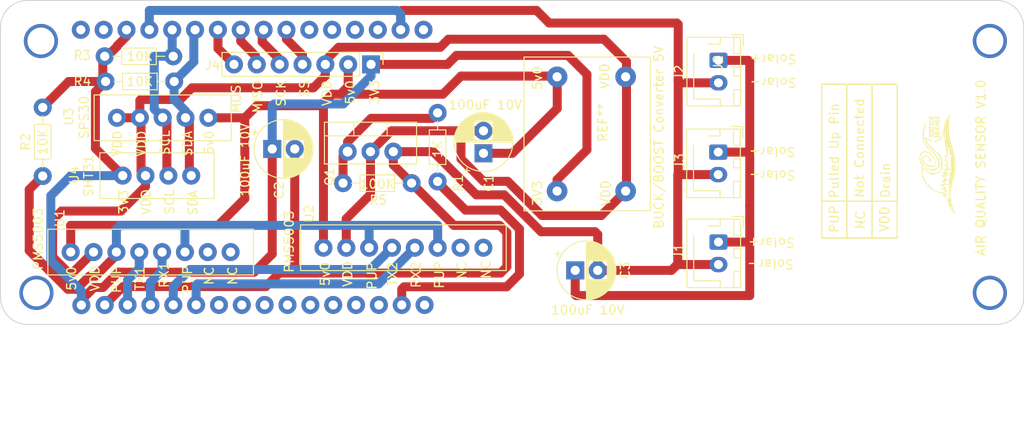
<source format=kicad_pcb>
(kicad_pcb (version 20211014) (generator pcbnew)
  (layers (0 "F.Cu" signal) (31 "B.Cu" signal) (34 "B.Paste" user) (35 "F.Paste" user) (36 "B.SilkS" user "B.Silkscreen") (37 "F.SilkS" user "F.Silkscreen") (38 "B.Mask" user) (39 "F.Mask" user) (44 "Edge.Cuts" user))
  (net 0 "")
  (net 1 "Net-(Q1-Pad1)")
  (net 2 "VDD2")
  (net 3 "GND")
  (net 12 "SCL")
  (net 16 "TX1")
  (net 17 "RX1")
  (net 18 "TX2")
  (net 19 "RX2")
  (net 25 "5V0")
  (net 26 "PULLUP_1")
  (net 31 "SDA")
  (net 32 "3V3")
  (net 33 "Solar_IN")
  (net 34 "SPI_SS")
  (net 35 "SPI_SCK")
  (net 36 "SPI_MISO")
  (net 37 "SPI_MOSI")
  (net 38 "VDD_EN")
  (footprint "Connector_JST:JST_XH_B2B-XH-AM_1x02_P2.50mm_Vertical" (layer "F.Cu") (at 93.725 20.05 -90)
    (fp_text reference "J2" (at 0.25 0.025 -270) (layer "F.SilkS"))
    (fp_text value "Conn_01x02_Male")
    (fp_text user "${REFERENCE}" (at 1.35 4.35 -270) (layer "F.SilkS"))
    (pad "" np_thru_hole circle (at -1.6 2 270) (size 1.2 1.2) (drill 1.2) (layers *.Cu *.Mask))
    (pad "1" thru_hole roundrect (at 0 0 270) (size 1.7 2) (drill 1) (layers *.Cu *.Mask) (roundrect_rratio 0.1470588235) (net 33 "Solar_IN"))
    (pad "2" thru_hole oval (at 2.5 0 270) (size 1.7 2) (drill 1) (layers *.Cu *.Mask) (net 3 "GND"))
  )
  (footprint "" (layer "F.Cu") (at 123.9 17.9 90)
    (fp_text reference "" (at 0 0 90) (layer "F.SilkS") (effects (font (size 1.27 1.27))))
    (fp_text value "" (at 0 0 90) (layer "F.SilkS") (effects (font (size 1.27 1.27))))
    (pad "1" thru_hole circle (at 0 0 90) (size 3.8 3.8) (drill 3) (layers *.Cu *.Mask))
  )
  (footprint "Surfside Science:PMS5003" (layer "F.Cu") (at 26.79 36.285)
    (fp_text reference "U1" (at -6.29 1.315 90 unlocked) (layer "F.SilkS"))
    (fp_text value "PMS5003")
    (pad "1" thru_hole circle (at -5.08 5.08 180) (size 2 2) (drill 1.02) (layers *.Cu *.Mask) (net 25 "5V0"))
    (pad "2" thru_hole circle (at -2.54 5.08 180) (size 2 2) (drill 1.02) (layers *.Cu *.Mask) (net 2 "VDD2"))
    (pad "3" thru_hole circle (at 0 5.08 180) (size 2 2) (drill 1.02) (layers *.Cu *.Mask) (net 26 "PULLUP_1"))
    (pad "4" thru_hole circle (at 2.54 5.08 180) (size 2 2) (drill 1.02) (layers *.Cu *.Mask) (net 16 "TX1"))
    (pad "5" thru_hole circle (at 5.08 5.08 180) (size 2 2) (drill 1.02) (layers *.Cu *.Mask) (net 17 "RX1"))
    (pad "6" thru_hole circle (at 7.62 5.08 180) (size 2 2) (drill 1.02) (layers *.Cu *.Mask) (net 26 "PULLUP_1"))
    (pad "7" thru_hole circle (at 10.16 5.08 180) (size 2 2) (drill 1.02) (layers *.Cu *.Mask))
    (pad "8" thru_hole circle (at 12.7 5.08 180) (size 2 2) (drill 1.02) (layers *.Cu *.Mask))
  )
  (footprint "Surfside Science:surfside science logo" (layer "F.Cu") (at 120.46517 37.519587 90)
    (fp_text reference "REF**" hide)
    (fp_text value "surfside science logo")
    (fp_text user "AIR QUALITY SENSOR V1.0" (at 5.519587 2.43483 90 unlocked) (layer "F.SilkS"))
  )
  (footprint "Capacitor_THT:CP_Radial_D6.3mm_P2.50mm" (layer "F.Cu") (at 67.6 30.382379 90)
    (fp_text reference "C1" (at -3.317621 0.6 90) (layer "F.SilkS"))
    (fp_text value "C_Polarized_US")
    (pad "1" thru_hole rect (at 0 0 90) (size 2 2) (drill 1.02) (layers *.Cu *.Mask) (net 25 "5V0"))
    (pad "2" thru_hole circle (at 2.5 0 90) (size 2 2) (drill 1.02) (layers *.Cu *.Mask) (net 2 "VDD2"))
  )
  (footprint "Resistor_THT:R_Axial_DIN0204_L3.6mm_D1.6mm_P7.62mm_Horizontal" (layer "F.Cu") (at 62.5 33.51 90)
    (fp_text reference "R1" (at -0.19 2.3 90) (layer "F.SilkS"))
    (fp_text value "1K")
    (pad "1" thru_hole circle (at 0 0 90) (size 2 2) (drill 1.02) (layers *.Cu *.Mask) (net 38 "VDD_EN"))
    (pad "2" thru_hole oval (at 7.62 0 90) (size 2 2) (drill 1.02) (layers *.Cu *.Mask) (net 1 "Net-(Q1-Pad1)"))
  )
  (footprint "Surfside Science:SHT31" (layer "F.Cu") (at 32.57 27.785)
    (fp_text reference "U4" (at -10.47 5.015 90 unlocked) (layer "F.SilkS"))
    (fp_text value "SHT31")
    (pad "1" thru_hole circle (at -5.08 5.08 180) (size 2 2) (drill 1.02) (layers *.Cu *.Mask) (net 32 "3V3"))
    (pad "2" thru_hole circle (at -2.54 5.08 180) (size 2 2) (drill 1.02) (layers *.Cu *.Mask) (net 2 "VDD2"))
    (pad "3" thru_hole circle (at 0 5.08 180) (size 2 2) (drill 1.02) (layers *.Cu *.Mask) (net 12 "SCL"))
    (pad "4" thru_hole circle (at 2.54 5.08 180) (size 2 2) (drill 1.02) (layers *.Cu *.Mask) (net 31 "SDA"))
  )
  (footprint "Resistor_THT:R_Axial_DIN0204_L3.6mm_D1.6mm_P7.62mm_Horizontal" (layer "F.Cu") (at 25.59 22.4)
    (fp_text reference "R4" (at -2.59 0) (layer "F.SilkS"))
    (fp_text value "10K")
    (pad "1" thru_hole circle (at 0 0) (size 2 2) (drill 1.02) (layers *.Cu *.Mask) (net 32 "3V3"))
    (pad "2" thru_hole oval (at 7.62 0) (size 2 2) (drill 1.02) (layers *.Cu *.Mask) (net 31 "SDA"))
  )
  (footprint "Resistor_THT:R_Axial_DIN0204_L3.6mm_D1.6mm_P7.62mm_Horizontal" (layer "F.Cu") (at 59.61 33.7 180)
    (fp_text reference "R5" (at 3.71 -1.9) (layer "F.SilkS"))
    (fp_text value "100K")
    (pad "1" thru_hole circle (at 0 0 180) (size 2 2) (drill 1.02) (layers *.Cu *.Mask) (net 3 "GND"))
    (pad "2" thru_hole circle (at 7.62 0 180) (size 2 2) (drill 1.02) (layers *.Cu *.Mask) (net 1 "Net-(Q1-Pad1)"))
  )
  (footprint "Package_TO_SOT_THT:TO-220-3_Vertical" (layer "F.Cu") (at 52.5 30.2)
    (fp_text reference "Q1" (at -2 2.8 90) (layer "F.SilkS"))
    (fp_text value "IRLB8721PBF")
    (pad "1" thru_hole circle (at 0 0) (size 2 2) (drill 1.1) (layers *.Cu *.Mask) (net 1 "Net-(Q1-Pad1)"))
    (pad "2" thru_hole circle (at 2.54 0) (size 2 2) (drill 1.02) (layers *.Cu *.Mask) (net 2 "VDD2"))
    (pad "3" thru_hole circle (at 5.08 0) (size 2 2) (drill 1.02) (layers *.Cu *.Mask) (net 3 "GND"))
  )
  (footprint "Resistor_THT:R_Axial_DIN0204_L3.6mm_D1.6mm_P7.62mm_Horizontal" (layer "F.Cu") (at 33.11 19.6 180)
    (fp_text reference "R3" (at 10.11 0.1) (layer "F.SilkS"))
    (fp_text value "10K")
    (pad "1" thru_hole circle (at 0 0 180) (size 2 2) (drill 1.02) (layers *.Cu *.Mask) (net 12 "SCL"))
    (pad "2" thru_hole oval (at 7.62 0 180) (size 2 2) (drill 1.02) (layers *.Cu *.Mask) (net 32 "3V3"))
  )
  (footprint "MountingHole:MountingHole_2.2mm_M2_DIN965_Pad" (layer "F.Cu") (at 17.9 45.9 90)
    (fp_text reference "REF**" hide)
    (fp_text value "MountingHole_2.2mm_M2_DIN965_Pad")
    (pad "1" thru_hole circle (at 0 0 90) (size 3.8 3.8) (drill 3) (layers *.Cu *.Mask))
  )
  (footprint "Connector_PinHeader_2.54mm:PinHeader_1x07_P2.54mm_Vertical" (layer "F.Cu") (at 55.1 20.5 -90)
    (fp_text reference "J4" (at 0.1 17.6) (layer "F.SilkS"))
    (fp_text value "Conn_01x07_Male")
    (pad "1" thru_hole rect (at 0 0 270) (size 2 2) (drill 1.02) (layers *.Cu *.Mask) (net 32 "3V3"))
    (pad "2" thru_hole oval (at 0 2.54 270) (size 2 2) (drill 1.02) (layers *.Cu *.Mask) (net 25 "5V0"))
    (pad "3" thru_hole oval (at 0 5.08 270) (size 2 2) (drill 1.02) (layers *.Cu *.Mask) (net 2 "VDD2"))
    (pad "4" thru_hole oval (at 0 7.62 270) (size 2 2) (drill 1.02) (layers *.Cu *.Mask) (net 34 "SPI_SS"))
    (pad "5" thru_hole oval (at 0 10.16 270) (size 2 2) (drill 1.02) (layers *.Cu *.Mask) (net 35 "SPI_SCK"))
    (pad "6" thru_hole oval (at 0 12.7 270) (size 2 2) (drill 1.02) (layers *.Cu *.Mask) (net 36 "SPI_MISO"))
    (pad "7" thru_hole oval (at 0 15.24 270) (size 2 2) (drill 1.02) (layers *.Cu *.Mask) (net 37 "SPI_MOSI"))
  )
  (footprint "Capacitor_THT:CP_Radial_D6.3mm_P2.50mm" (layer "F.Cu") (at 77.8 43.4)
    (fp_text reference "C3" (at 5.55738 0 90) (layer "F.SilkS"))
    (fp_text value "C_Polarized_US")
    (pad "1" thru_hole rect (at 0 0) (size 2 2) (drill 1.02) (layers *.Cu *.Mask) (net 33 "Solar_IN"))
    (pad "2" thru_hole circle (at 2.5 0) (size 2 2) (drill 1.02) (layers *.Cu *.Mask) (net 3 "GND"))
  )
  (footprint "Capacitor_THT:CP_Radial_D6.3mm_P2.50mm" (layer "F.Cu") (at 44.117621 29.9)
    (fp_text reference "C2" (at 0.782379 4.6 90) (layer "F.SilkS"))
    (fp_text value "C_Polarized_US")
    (pad "1" thru_hole rect (at 0 0) (size 2 2) (drill 1.02) (layers *.Cu *.Mask) (net 32 "3V3"))
    (pad "2" thru_hole circle (at 2.5 0) (size 2 2) (drill 1.02) (layers *.Cu *.Mask) (net 3 "GND"))
  )
  (footprint "Surfside Science:ilygo-ttgo-t-sim7000g-esp32-wrover" (layer "F.Cu") (at 63.114649 33.123002 90)
    (fp_text reference "U6" hide)
    (fp_text value "lilygo-ttgo-t-sim7000g-esp32-wrover" hide)
    (pad "0" thru_hole circle (at 16.47 -9.8 90) (size 2 2) (drill 1.02) (layers *.Cu *.Mask))
    (pad "01" thru_hole circle (at 16.47 -40.28 90) (size 2 2) (drill 1.02) (layers *.Cu *.Mask))
    (pad "02" thru_hole circle (at -14.12 -14.76 90) (size 2 2) (drill 1.02) (layers *.Cu *.Mask))
    (pad "03" thru_hole circle (at 16.47 -37.74 90) (size 2 2) (drill 1.02) (layers *.Cu *.Mask))
    (pad "3V3" thru_hole circle (at -14.14 -40.22 90) (size 2 2) (drill 1.02) (layers *.Cu *.Mask) (net 32 "3V3"))
    (pad "3V3" thru_hole circle (at 16.47 -35.2 90) (size 2 2) (drill 1.02) (layers *.Cu *.Mask) (net 32 "3V3"))
    (pad "04" thru_hole circle (at -14.12 -17.3 90) (size 2 2) (drill 1.02) (layers *.Cu *.Mask))
    (pad "05" thru_hole circle (at 16.47 -17.42 90) (size 2 2) (drill 1.02) (layers *.Cu *.Mask) (net 34 "SPI_SS"))
    (pad "12" thru_hole circle (at -14.12 -4.6 90) (size 2 2) (drill 1.02) (layers *.Cu *.Mask) (net 38 "VDD_EN"))
    (pad "13" thru_hole circle (at -14.12 -7.14 90) (size 2 2) (drill 1.02) (layers *.Cu *.Mask))
    (pad "14" thru_hole circle (at -14.12 -9.68 90) (size 2 2) (drill 1.02) (layers *.Cu *.Mask))
    (pad "15" thru_hole circle (at -14.12 -12.22 90) (size 2 2) (drill 1.02) (layers *.Cu *.Mask))
    (pad "18" thru_hole circle (at 16.47 -19.96 90) (size 2 2) (drill 1.02) (layers *.Cu *.Mask) (net 35 "SPI_SCK"))
    (pad "19" thru_hole circle (at 16.47 -22.5 90) (size 2 2) (drill 1.02) (layers *.Cu *.Mask) (net 36 "SPI_MISO"))
    (pad "21" thru_hole circle (at 16.47 -27.58 90) (size 2 2) (drill 1.02) (layers *.Cu *.Mask) (net 31 "SDA"))
    (pad "22" thru_hole circle (at 16.47 -30.12 90) (size 2 2) (drill 1.02) (layers *.Cu *.Mask) (net 12 "SCL"))
    (pad "23" thru_hole circle (at 16.47 -25.04 90) (size 2 2) (drill 1.02) (layers *.Cu *.Mask) (net 37 "SPI_MOSI"))
    (pad "25" thru_hole circle (at -14.12 -24.92 90) (size 2 2) (drill 1.02) (layers *.Cu *.Mask))
    (pad "26" thru_hole circle (at -14.12 -22.38 90) (size 2 2) (drill 1.02) (layers *.Cu *.Mask))
    (pad "27" thru_hole circle (at -14.12 -19.84 90) (size 2 2) (drill 1.02) (layers *.Cu *.Mask))
    (pad "32" thru_hole circle (at -14.12 -35.08 90) (size 2 2) (drill 1.02) (layers *.Cu *.Mask) (net 16 "TX1"))
    (pad "33" thru_hole circle (at -14.12 -32.54 90) (size 2 2) (drill 1.02) (layers *.Cu *.Mask) (net 17 "RX1"))
    (pad "34" thru_hole circle (at -14.12 -30 90) (size 2 2) (drill 1.02) (layers *.Cu *.Mask) (net 18 "TX2"))
    (pad "35" thru_hole circle (at -14.12 -27.46 90) (size 2 2) (drill 1.02) (layers *.Cu *.Mask) (net 19 "RX2"))
    (pad "36" thru_hole circle (at 16.47 -12.34 90) (size 2 2) (drill 1.02) (layers *.Cu *.Mask))
    (pad "39" thru_hole circle (at 16.47 -14.88 90) (size 2 2) (drill 1.02) (layers *.Cu *.Mask))
    (pad "GND" thru_hole circle (at -14.12 -37.62 90) (size 2 2) (drill 1.02) (layers *.Cu *.Mask) (net 3 "GND"))
    (pad "GND" thru_hole circle (at 16.47 -32.66 90) (size 2 2) (drill 1.02) (layers *.Cu *.Mask) (net 3 "GND"))
    (pad "GND" thru_hole circle (at 16.47 -4.72 90) (size 2 2) (drill 1.02) (layers *.Cu *.Mask) (net 3 "GND"))
    (pad "RST" thru_hole circle (at 16.47 -7.26 90) (size 2 2) (drill 1.02) (layers *.Cu *.Mask))
    (pad "VBAT" thru_hole circle (at -14.12 -2.06 90) (size 2 2) (drill 1.02) (layers *.Cu *.Mask))
    (pad "VIN" thru_hole circle (at 16.47 -2.18 90) (size 2 2) (drill 1.02) (layers *.Cu *.Mask))
  )
  (footprint "Resistor_THT:R_Axial_DIN0204_L3.6mm_D1.6mm_P7.62mm_Horizontal" (layer "F.Cu") (at 18.6 32.91 90)
    (fp_text reference "R2" (at 3.8 -1.9 90) (layer "F.SilkS"))
    (fp_text value "10K")
    (pad "1" thru_hole circle (at 0 0 90) (size 2 2) (drill 1.02) (layers *.Cu *.Mask) (net 26 "PULLUP_1"))
    (pad "2" thru_hole oval (at 7.62 0 90) (size 2 2) (drill 1.02) (layers *.Cu *.Mask) (net 32 "3V3"))
  )
  (footprint "Surfside Science:PMS5003" (layer "F.Cu") (at 54.89 35.8)
    (fp_text reference "U2" (at -6.69 1.3 90 unlocked) (layer "F.SilkS"))
    (fp_text value "PMS5003")
    (pad "1" thru_hole circle (at -5.08 5.08 180) (size 2 2) (drill 1.02) (layers *.Cu *.Mask) (net 25 "5V0"))
    (pad "2" thru_hole circle (at -2.54 5.08 180) (size 2 2) (drill 1.02) (layers *.Cu *.Mask) (net 2 "VDD2"))
    (pad "3" thru_hole circle (at 0 5.08 180) (size 2 2) (drill 1.02) (layers *.Cu *.Mask) (net 26 "PULLUP_1"))
    (pad "4" thru_hole circle (at 2.54 5.08 180) (size 2 2) (drill 1.02) (layers *.Cu *.Mask) (net 18 "TX2"))
    (pad "5" thru_hole circle (at 5.08 5.08 180) (size 2 2) (drill 1.02) (layers *.Cu *.Mask) (net 19 "RX2"))
    (pad "6" thru_hole circle (at 7.62 5.08 180) (size 2 2) (drill 1.02) (layers *.Cu *.Mask) (net 26 "PULLUP_1"))
    (pad "7" thru_hole circle (at 10.16 5.08 180) (size 2 2) (drill 1.02) (layers *.Cu *.Mask))
    (pad "8" thru_hole circle (at 12.7 5.08 180) (size 2 2) (drill 1.02) (layers *.Cu *.Mask))
  )
  (footprint "" (layer "F.Cu") (at 18.4 17.9 90)
    (fp_text reference "" (at 0 0 90) (layer "F.SilkS") (effects (font (size 1.27 1.27))))
    (fp_text value "" (at 0 0 90) (layer "F.SilkS") (effects (font (size 1.27 1.27))))
    (pad "1" thru_hole circle (at 0 0 90) (size 3.8 3.8) (drill 3) (layers *.Cu *.Mask))
  )
  (footprint "" (layer "F.Cu") (at 123.9 45.9 90)
    (fp_text reference "" (at 0 0 90) (layer "F.SilkS") (effects (font (size 1.27 1.27))))
    (fp_text value "" (at 0 0 90) (layer "F.SilkS") (effects (font (size 1.27 1.27))))
    (pad "1" thru_hole circle (at 0 0 90) (size 3.8 3.8) (drill 3) (layers *.Cu *.Mask))
  )
  (footprint "Connector_JST:JST_XH_B2B-XH-AM_1x02_P2.50mm_Vertical" (layer "F.Cu") (at 93.725 40.25 -90)
    (fp_text reference "J1" (at 1 4.4 -270) (layer "F.SilkS"))
    (fp_text value "Conn_01x02_Male")
    (pad "" np_thru_hole circle (at -1.6 2 270) (size 1.2 1.2) (drill 1.2) (layers *.Cu *.Mask))
    (pad "1" thru_hole roundrect (at 0 0 270) (size 1.7 2) (drill 1) (layers *.Cu *.Mask) (roundrect_rratio 0.1470588235) (net 33 "Solar_IN"))
    (pad "2" thru_hole oval (at 2.5 0 270) (size 1.7 2) (drill 1) (layers *.Cu *.Mask) (net 3 "GND"))
  )
  (footprint "Surfside Science:SPS30" (layer "F.Cu") (at 34.477024 31.515 180)
    (fp_text reference "U3" (at 12.977024 5.215 90 unlocked) (layer "F.SilkS"))
    (fp_text value "SPS30")
    (pad "1" thru_hole circle (at -2.54 5.08) (size 2 2) (drill 1.02) (layers *.Cu *.Mask) (net 25 "5V0"))
    (pad "2" thru_hole circle (at 0 5.08) (size 2 2) (drill 1.02) (layers *.Cu *.Mask) (net 31 "SDA"))
    (pad "3" thru_hole circle (at 2.538512 5.101512) (size 2 2) (drill 1.02) (layers *.Cu *.Mask) (net 12 "SCL"))
    (pad "4" thru_hole circle (at 5.077024 5.079999) (size 2 2) (drill 1.02) (layers *.Cu *.Mask) (net 2 "VDD2"))
    (pad "5" thru_hole circle (at 7.615536 5.079999) (size 2 2) (drill 1.02) (layers *.Cu *.Mask) (net 2 "VDD2"))
  )
  (footprint "Surfside Science:Buck_Boost_Converter" (layer "F.Cu") (at 88.105 38.73 90)
    (fp_text reference "REF**" (at 11.77 -7.24 90 unlocked) (layer "F.SilkS"))
    (fp_text value "Buck_Boost_Converter")
    (pad "1" thru_hole circle (at 4.15 -12.32 90) (size 2.286 2.286) (drill 1.02) (layers *.Cu *.Mask) (net 32 "3V3"))
    (pad "2" thru_hole circle (at 4.15 -4.7 270) (size 2.286 2.286) (drill 1.02) (layers *.Cu *.Mask) (net 2 "VDD2"))
    (pad "3" thru_hole circle (at 16.85 -12.32 270) (size 2.286 2.286) (drill 1.02) (layers *.Cu *.Mask) (net 25 "5V0"))
    (pad "4" thru_hole circle (at 16.85 -4.7 270) (size 2.286 2.286) (drill 1.02) (layers *.Cu *.Mask) (net 2 "VDD2"))
  )
  (footprint "Connector_JST:JST_XH_B2B-XH-AM_1x02_P2.50mm_Vertical" (layer "F.Cu") (at 93.7 30.25 -90)
    (fp_text reference "J3" (at 1 4.3 -270) (layer "F.SilkS"))
    (fp_text value "Conn_01x02_Male")
    (pad "" np_thru_hole circle (at -1.6 2 270) (size 1.2 1.2) (drill 1.2) (layers *.Cu *.Mask))
    (pad "1" thru_hole roundrect (at 0 0 270) (size 1.7 2) (drill 1) (layers *.Cu *.Mask) (roundrect_rratio 0.1470588235) (net 33 "Solar_IN"))
    (pad "2" thru_hole oval (at 2.5 0 270) (size 1.7 2) (drill 1) (layers *.Cu *.Mask) (net 3 "GND"))
  )
  (gr_rect (start 113.6 39.8) (end 105.2 35.7) (layer "F.SilkS") (width 0.15) (fill none))
  (gr_rect (start 108 39.8) (end 110.8 22.7) (layer "F.SilkS") (width 0.15) (fill none))
  (gr_rect (start 113.6 39.8) (end 105.2 22.7) (layer "F.SilkS") (width 0.15) (fill none))
  (gr_rect (start 110.8 39.8) (end 113.6 22.7) (layer "F.SilkS") (width 0.15) (fill none))
  (gr_rect (start 105.2 39.8) (end 108 22.7) (layer "F.SilkS") (width 0.15) (fill none))
  (gr_arc (start 13.9 16.39) (mid 14.77868 14.26868) (end 16.9 13.39) (layer "Edge.Cuts") (width 0.1))
  (gr_arc (start 127.66 46.4) (mid 126.78132 48.52132) (end 124.66 49.4) (layer "Edge.Cuts") (width 0.1))
  (gr_arc (start 124.66 13.39) (mid 126.78132 14.26868) (end 127.66 16.39) (layer "Edge.Cuts") (width 0.1))
  (gr_line (start 127.66 16.39) (end 127.66 46.4) (layer "Edge.Cuts") (width 0.1))
  (gr_line (start 124.66 49.4) (end 16.9 49.4) (layer "Edge.Cuts") (width 0.1))
  (gr_line (start 13.9 46.4) (end 13.9 16.39) (layer "Edge.Cuts") (width 0.1))
  (gr_arc (start 16.9 49.4) (mid 14.77868 48.52132) (end 13.9 46.4) (layer "Edge.Cuts") (width 0.1))
  (gr_line (start 16.9 13.39) (end 124.66 13.39) (layer "Edge.Cuts") (width 0.1))
  (gr_text "VDD" (at 81.2 34.8 90) (layer "F.SilkS") (effects (font (size 1 1))))
  (gr_text "PUP\n" (at 55.2 44 90) (layer "F.SilkS") (effects (font (size 1 1))))
  (gr_text "100uF 10V" (at 41.1 31.1 90) (layer "F.SilkS") (effects (font (size 1 1))))
  (gr_text "PUP\n" (at 34.7 44.4 90) (layer "F.SilkS") (effects (font (size 1 1))))
  (gr_text "SCK" (at 45.1 23.7 90) (layer "F.SilkS") (effects (font (size 1 1))))
  (gr_text "Solar+" (at 99.7 30.2 180) (layer "F.SilkS") (effects (font (size 1 1))))
  (gr_text "VDD\n" (at 50.2 23.7 90) (layer "F.SilkS") (effects (font (size 1 1))))
  (gr_text "SDA" (at 35.3 35.9 90) (layer "F.SilkS") (effects (font (size 1 1))))
  (gr_text "TX2" (at 57.5 43.8 90) (layer "F.SilkS") (effects (font (size 1 1))))
  (gr_text "SDA" (at 34.7 29.3 90) (layer "F.SilkS") (effects (font (size 1 1))))
  (gr_text "3V3" (at 73.6 34.8 90) (layer "F.SilkS") (effects (font (size 1 1))))
  (gr_text "Pulled Up Pin\n" (at 106.6 30.1 90) (layer "F.SilkS") (effects (font (size 1 1))))
  (gr_text "NC" (at 39.7 44 90) (layer "F.SilkS") (effects (font (size 1 1))))
  (gr_text "5v0" (at 50 43.8 90) (layer "F.SilkS") (effects (font (size 1 1))))
  (gr_text "10K" (at 18.6 29.1 90) (layer "F.SilkS") (effects (font (size 1 1))))
  (gr_text "RX2" (at 60.1 43.9 90) (layer "F.SilkS") (effects (font (size 1 1))))
  (gr_text "100uF 10V" (at 67.8 25) (layer "F.SilkS") (effects (font (size 1 1))))
  (gr_text "5v0" (at 21.8 44.3 90) (layer "F.SilkS") (effects (font (size 1 1))))
  (gr_text "5v0" (at 73.6 22 90) (layer "F.SilkS") (effects (font (size 1 1))))
  (gr_text "MOSI" (at 40.1 24.1 90) (layer "F.SilkS") (effects (font (size 1 1))))
  (gr_text "PUP\n" (at 62.7 43.9 90) (layer "F.SilkS") (effects (font (size 1 1))))
  (gr_text "VDD" (at 52.5 43.8 90) (layer "F.SilkS") (effects (font (size 1 1))))
  (gr_text "5v0" (at 52.8 23.6 90) (layer "F.SilkS") (effects (font (size 1 1))))
  (gr_text "Solar-" (at 99.5 42.7 180) (layer "F.SilkS") (effects (font (size 1 1))))
  (gr_text "Drain" (at 112.3 33.4 90) (layer "F.SilkS") (effects (font (size 1 1))))
  (gr_text "VDD" (at 81.1 21.8 90) (layer "F.SilkS") (effects (font (size 1 1))))
  (gr_text "NC" (at 65.2 43.4 90) (layer "F.SilkS") (effects (font (size 1 1))))
  (gr_text "TX1" (at 29.4 44.3 90) (layer "F.SilkS") (effects (font (size 1 1))))
  (gr_text "PMS5003\n" (at 18.1 39.9 90) (layer "F.SilkS") (effects (font (size 1 1))))
  (gr_text "Not Connected" (at 109.4 29.8 90) (layer "F.SilkS") (effects (font (size 1 1))))
  (gr_text "Solar+" (at 99.8 19.9 180) (layer "F.SilkS") (effects (font (size 1 1))))
  (gr_text "SS" (at 47.7 23.2 90) (layer "F.SilkS") (effects (font (size 1 1))))
  (gr_text "NC" (at 37.1 44 90) (layer "F.SilkS") (effects (font (size 1 1))))
  (gr_text "Solar-" (at 99.7 32.8 180) (layer "F.SilkS") (effects (font (size 1 1))))
  (gr_text "VDD\n" (at 29.6 29.3 90) (layer "F.SilkS") (effects (font (size 1 1))))
  (gr_text "VDD" (at 112.2 37.7 90) (layer "F.SilkS") (effects (font (size 1 1))))
  (gr_text "SCL" (at 32.2 29.2 90) (layer "F.SilkS") (effects (font (size 1 1))))
  (gr_text "BUCK/BOOST Converter 5V" (at 87.1 28.6 90) (layer "F.SilkS") (effects (font (size 1 1))))
  (gr_text "VDD" (at 30.1 35.8 90) (layer "F.SilkS") (effects (font (size 1 1))))
  (gr_text "100K" (at 55.8 33.8) (layer "F.SilkS") (effects (font (size 1 1))))
  (gr_text "100uF 10V" (at 79.2 47.8) (layer "F.SilkS") (effects (font (size 1 1))))
  (gr_text "5v0" (at 37.1 29.2 90) (layer "F.SilkS") (effects (font (size 1 1))))
  (gr_text "PUP\n" (at 26.8 44.4 90) (layer "F.SilkS") (effects (font (size 1 1))))
  (gr_text "10K" (at 29.4 22.4) (layer "F.SilkS") (effects (font (size 1 1))))
  (gr_text "10K" (at 29.4 19.6) (layer "F.SilkS") (effects (font (size 1 1))))
  (gr_text "RX1" (at 32.1 43.9 90) (layer "F.SilkS") (effects (font (size 1 1))))
  (gr_text "SPS30" (at 23.2 26.4 90) (layer "F.SilkS") (effects (font (size 1 1))))
  (gr_text "Solar+" (at 99.6 40.3 180) (layer "F.SilkS") (effects (font (size 1 1))))
  (gr_text "NC\n" (at 109.5 37.8 90) (layer "F.SilkS") (effects (font (size 1 1))))
  (gr_text "VDD" (at 24.4 44.3 90) (layer "F.SilkS") (effects (font (size 1 1))))
  (gr_text "NC" (at 67.9 43.3 90) (layer "F.SilkS") (effects (font (size 1 1))))
  (gr_text "SCL" (at 32.7 35.8 90) (layer "F.SilkS") (effects (font (size 1 1))))
  (gr_text "Solar-" (at 99.8 22.5 180) (layer "F.SilkS") (effects (font (size 1 1))))
  (gr_text "VDD\n" (at 26.9 29.3 90) (layer "F.SilkS") (effects (font (size 1 1))))
  (gr_text "3V3" (at 27.6 35.8 90) (layer "F.SilkS") (effects (font (size 1 1))))
  (gr_text "SHT31\n" (at 23.7 32.9 90) (layer "F.SilkS") (effects (font (size 1 1))))
  (gr_text "PUP\n" (at 106.6 37.7 90) (layer "F.SilkS") (effects (font (size 1 1))))
  (gr_text "PMS5003\n" (at 46 40.2 90) (layer "F.SilkS") (effects (font (size 1 1))))
  (gr_text "1K" (at 62.5 29.9 90) (layer "F.SilkS") (effects (font (size 1 1))))
  (gr_text "MISO" (at 42.5 24.1 90) (layer "F.SilkS") (effects (font (size 1 1))))
  (gr_text "3V3" (at 55.5 23.6 90) (layer "F.SilkS") (effects (font (size 1 1))))
  (segment (start 52.5 30.2) (end 51.99 30.71) (width 1) (layer "F.Cu") (net 1))
  (segment (start 61.89 26.5) (end 55.1 26.5) (width 1) (layer "F.Cu") (net 1))
  (segment (start 62.495 25.4) (end 62.495 25.515) (width 1) (layer "F.Cu") (net 1))
  (segment (start 62.5 25.89) (end 61.89 26.5) (width 1) (layer "F.Cu") (net 1))
  (segment (start 62.495 25.515) (end 62.31 25.7) (width 1) (layer "F.Cu") (net 1))
  (segment (start 52.5 29.1) (end 52.5 30.2) (width 1) (layer "F.Cu") (net 1))
  (segment (start 55.1 26.5) (end 52.5 29.1) (width 1) (layer "F.Cu") (net 1))
  (segment (start 51.99 30.71) (end 51.99 33.7) (width 1) (layer "F.Cu") (net 1))
  (segment (start 67.6 27.882379) (end 66.017621 27.882379) (width 1) (layer "F.Cu") (net 2))
  (segment (start 80.7 37.3) (end 83.5 34.5) (width 1) (layer "F.Cu") (net 2))
  (segment (start 29.4 26.435001) (end 29.53 26.565001) (width 1) (layer "F.Cu") (net 2))
  (segment (start 63.7 17.7) (end 62.8 18.6) (width 1) (layer "F.Cu") (net 2))
  (segment (start 19.7 41.9) (end 21.4 43.6) (width 1) (layer "F.Cu") (net 2))
  (segment (start 65.1 31) (end 67.6 33.5) (width 1) (layer "F.Cu") (net 2))
  (segment (start 19.7 37.8) (end 19.7 41.9) (width 1) (layer "F.Cu") (net 2))
  (segment (start 30.03 32.865) (end 30.03 34.07) (width 1) (layer "F.Cu") (net 2))
  (segment (start 55.04 34.96) (end 52.35 37.65) (width 1) (layer "F.Cu") (net 2))
  (segment (start 67.6 33.5) (end 70.3 33.5) (width 1) (layer "F.Cu") (net 2))
  (segment (start 50.02 21.78) (end 48.7 23.1) (width 1) (layer "F.Cu") (net 2))
  (segment (start 29.4 26.435001) (end 26.861488 26.435001) (width 1) (layer "F.Cu") (net 2))
  (segment (start 48.7 23.1) (end 35.2 23.1) (width 1) (layer "F.Cu") (net 2))
  (segment (start 29.4 24.5) (end 29.4 26.435001) (width 1) (layer "F.Cu") (net 2))
  (segment (start 27.3 36.8) (end 20.7 36.8) (width 1) (layer "F.Cu") (net 2))
  (segment (start 50.02 20.5) (end 50.02 21.78) (width 1) (layer "F.Cu") (net 2))
  (segment (start 24.25 41.35) (end 24.25 40.865) (width 1) (layer "F.Cu") (net 2))
  (segment (start 20.7 36.8) (end 19.7 37.8) (width 1) (layer "F.Cu") (net 2))
  (segment (start 52.35 40.88) (end 52.415126 40.88) (width 1) (layer "F.Cu") (net 2))
  (segment (start 81 17.7) (end 63.7 17.7) (width 1) (layer "F.Cu") (net 2))
  (segment (start 21.4 43.6) (end 22 43.6) (width 1) (layer "F.Cu") (net 2))
  (segment (start 65.1 28.8) (end 65.1 31) (width 1) (layer "F.Cu") (net 2))
  (segment (start 67.6 27.882379) (end 57.357621 27.882379) (width 1) (layer "F.Cu") (net 2))
  (segment (start 62.7 18.6) (end 51.492234 18.6) (width 1) (layer "F.Cu") (net 2))
  (segment (start 51.492234 18.6) (end 50.02 20.072234) (width 1) (layer "F.Cu") (net 2))
  (segment (start 50.02 20.072234) (end 50.02 20.5) (width 1) (layer "F.Cu") (net 2))
  (segment (start 55.04 30.2) (end 55.04 34.96) (width 1) (layer "F.Cu") (net 2))
  (segment (start 74.1 37.3) (end 80.7 37.3) (width 1) (layer "F.Cu") (net 2))
  (segment (start 29.53 26.565001) (end 29.53 32.365) (width 1) (layer "F.Cu") (net 2))
  (segment (start 52.35 37.65) (end 52.35 40.88) (width 1) (layer "F.Cu") (net 2))
  (segment (start 83.5 20.2) (end 81 17.7) (width 1) (layer "F.Cu") (net 2))
  (segment (start 29.5 24.4) (end 29.4 24.5) (width 1) (layer "F.Cu") (net 2))
  (segment (start 33.9 24.4) (end 29.5 24.4) (width 1) (layer "F.Cu") (net 2))
  (segment (start 83.5 34.5) (end 83.5 20.2) (width 1) (layer "F.Cu") (net 2))
  (segment (start 70.3 33.5) (end 74.1 37.3) (width 1) (layer "F.Cu") (net 2))
  (segment (start 66.017621 27.882379) (end 65.1 28.8) (width 1) (layer "F.Cu") (net 2))
  (segment (start 35.2 23.1) (end 33.9 24.4) (width 1) (layer "F.Cu") (net 2))
  (segment (start 22 43.6) (end 24.25 41.35) (width 1) (layer "F.Cu") (net 2))
  (segment (start 30.03 34.07) (end 27.3 36.8) (width 1) (layer "F.Cu") (net 2))
  (segment (start 29.53 32.365) (end 30.03 32.865) (width 1) (layer "F.Cu") (net 2))
  (segment (start 57.357621 27.882379) (end 55.04 30.2) (width 1) (layer "F.Cu") (net 2))
  (segment (start 25.494649 47.243002) (end 27.537651 45.2) (width 1) (layer "F.Cu") (net 3))
  (segment (start 73.5 14.5) (end 58.5 14.5) (width 1) (layer "F.Cu") (net 3))
  (segment (start 58.5 14.5) (end 58.394649 14.605351) (width 1) (layer "F.Cu") (net 3))
  (segment (start 69.4 38.4) (end 64.31 38.4) (width 1) (layer "F.Cu") (net 3))
  (segment (start 44.9 43.7) (end 46.8 43.7) (width 1) (layer "F.Cu") (net 3))
  (segment (start 89.2 42.7) (end 88.5 43.4) (width 1) (layer "F.Cu") (net 3))
  (segment (start 69.5 43.7) (end 70.2 43) (width 1) (layer "F.Cu") (net 3))
  (segment (start 66.8 35) (end 62 30.2) (width 1) (layer "F.Cu") (net 3))
  (segment (start 89.25 16.05) (end 89.1 15.9) (width 1) (layer "F.Cu") (net 3))
  (segment (start 70.2 39.2) (end 69.4 38.4) (width 1) (layer "F.Cu") (net 3))
  (segment (start 80.3 39.4) (end 80 39.1) (width 1) (layer "F.Cu") (net 3))
  (segment (start 27.537651 45.2) (end 43.4 45.2) (width 1) (layer "F.Cu") (net 3))
  (segment (start 89.25 32.75) (end 89.2 32.8) (width 1) (layer "F.Cu") (net 3))
  (segment (start 74.9 15.9) (end 73.5 14.5) (width 1) (layer "F.Cu") (net 3))
  (segment (start 93.7 32.75) (end 89.25 32.75) (width 1) (layer "F.Cu") (net 3))
  (segment (start 46.617621 43.517621) (end 46.8 43.7) (width 1) (layer "F.Cu") (net 3))
  (segment (start 89.25 22.35) (end 89.25 16.05) (width 1) (layer "F.Cu") (net 3))
  (segment (start 89.25 32.75) (end 89.25 22.35) (width 1) (layer "F.Cu") (net 3))
  (segment (start 80.3 43.4) (end 80.3 39.4) (width 1) (layer "F.Cu") (net 3))
  (segment (start 89.15 42.75) (end 88.6 43.3) (width 1) (layer "F.Cu") (net 3))
  (segment (start 46.8 43.7) (end 69.5 43.7) (width 1) (layer "F.Cu") (net 3))
  (segment (start 89.45 22.55) (end 89.25 22.35) (width 1) (layer "F.Cu") (net 3))
  (segment (start 93.725 42.75) (end 89.15 42.75) (width 1) (layer "F.Cu") (net 3))
  (segment (start 46.617621 29.9) (end 46.617621 43.517621) (width 1) (layer "F.Cu") (net 3))
  (segment (start 89.1 15.9) (end 74.9 15.9) (width 1) (layer "F.Cu") (net 3))
  (segment (start 57.58 31.67) (end 57.58 30.2) (width 1) (layer "F.Cu") (net 3))
  (segment (start 89.2 32.8) (end 89.2 42.7) (width 1) (layer "F.Cu") (net 3))
  (segment (start 58.394649 14.605351) (end 58.394649 16.653002) (width 1) (layer "F.Cu") (net 3))
  (segment (start 64.31 38.4) (end 57.58 31.67) (width 1) (layer "F.Cu") (net 3))
  (segment (start 62 30.2) (end 57.58 30.2) (width 1) (layer "F.Cu") (net 3))
  (segment (start 80 39.1) (end 74 39.1) (width 1) (layer "F.Cu") (net 3))
  (segment (start 88.5 43.4) (end 80.3 43.4) (width 1) (layer "F.Cu") (net 3))
  (segment (start 70.2 43) (end 70.2 39.2) (width 1) (layer "F.Cu") (net 3))
  (segment (start 74 39.1) (end 69.9 35) (width 1) (layer "F.Cu") (net 3))
  (segment (start 93.725 22.55) (end 89.45 22.55) (width 1) (layer "F.Cu") (net 3))
  (segment (start 69.9 35) (end 66.8 35) (width 1) (layer "F.Cu") (net 3))
  (segment (start 43.4 45.2) (end 44.9 43.7) (width 1) (layer "F.Cu") (net 3))
  (segment (start 30.454649 16.653002) (end 30.454649 14.5) (width 1) (layer "B.Cu") (net 3))
  (segment (start 58 14.5) (end 58.394649 14.894649) (width 1) (layer "B.Cu") (net 3))
  (segment (start 30.454649 14.5) (end 58 14.5) (width 1) (layer "B.Cu") (net 3))
  (segment (start 58.394649 14.894649) (end 58.394649 16.653002) (width 1) (layer "B.Cu") (net 3))
  (segment (start 32.4 26.874976) (end 31.938512 26.413488) (width 1) (layer "F.Cu") (net 12))
  (segment (start 32.9 16.747651) (end 32.994649 16.653002) (width 1) (layer "F.Cu") (net 12))
  (segment (start 32.4 32.695) (end 32.4 26.874976) (width 1) (layer "F.Cu") (net 12))
  (segment (start 32.57 32.865) (end 32.4 32.695) (width 1) (layer "F.Cu") (net 12))
  (segment (start 31 19.6) (end 33.11 19.6) (width 1) (layer "B.Cu") (net 12))
  (segment (start 33.11 19.6) (end 32.994649 19.484649) (width 1) (layer "B.Cu") (net 12))
  (segment (start 32.994649 19.484649) (end 32.994649 16.653002) (width 1) (layer "B.Cu") (net 12))
  (segment (start 31.938512 26.878487) (end 31.938512 26.413488) (width 1) (layer "B.Cu") (net 12))
  (segment (start 31 25.474976) (end 31 19.6) (width 1) (layer "B.Cu") (net 12))
  (segment (start 31.938512 26.413488) (end 31 25.474976) (width 1) (layer "B.Cu") (net 12))
  (segment (start 28.034649 44.465351) (end 28.034649 47.243002) (width 1) (layer "B.Cu") (net 16))
  (segment (start 29.33 43.17) (end 28.034649 44.465351) (width 1) (layer "B.Cu") (net 16))
  (segment (start 29.33 41.365) (end 29.33 43.17) (width 1) (layer "B.Cu") (net 16))
  (segment (start 31.87 43.43) (end 30.574649 44.725351) (width 1) (layer "B.Cu") (net 17))
  (segment (start 31.87 41.365) (end 31.87 43.43) (width 1) (layer "B.Cu") (net 17))
  (segment (start 30.574649 44.725351) (end 30.574649 47.243002) (width 1) (layer "B.Cu") (net 17))
  (segment (start 35 43.3) (end 55.01 43.3) (width 1) (layer "B.Cu") (net 18))
  (segment (start 33.114649 45.185351) (end 35 43.3) (width 1) (layer "B.Cu") (net 18))
  (segment (start 55.01 43.3) (end 57.43 40.88) (width 1) (layer "B.Cu") (net 18))
  (segment (start 33.114649 47.243002) (end 33.114649 45.185351) (width 1) (layer "B.Cu") (net 18))
  (segment (start 55.95 44.9) (end 35.8 44.9) (width 1) (layer "B.Cu") (net 19))
  (segment (start 35.654649 45.045351) (end 35.654649 47.243002) (width 1) (layer "B.Cu") (net 19))
  (segment (start 59.97 40.88) (end 55.95 44.9) (width 1) (layer "B.Cu") (net 19))
  (segment (start 35.8 44.9) (end 35.654649 45.045351) (width 1) (layer "B.Cu") (net 19))
  (segment (start 41.065 35.435) (end 38.1 38.4) (width 1) (layer "F.Cu") (net 25))
  (segment (start 21.7 38.4) (end 21.71 38.41) (width 1) (layer "F.Cu") (net 25))
  (segment (start 49.81 25.09) (end 42.41 25.09) (width 1) (layer "F.Cu") (net 25))
  (segment (start 70.817621 30.382379) (end 67.6 30.382379) (width 1) (layer "F.Cu") (net 25))
  (segment (start 51.685 23.815) (end 50.785 23.815) (width 1) (layer "F.Cu") (net 25))
  (segment (start 52.56 22.94) (end 51.685 23.815) (width 1) (layer "F.Cu") (net 25))
  (segment (start 42.41 25.09) (end 41.065 26.435) (width 1) (layer "F.Cu") (net 25))
  (segment (start 75.8 25.4) (end 70.817621 30.382379) (width 1) (layer "F.Cu") (net 25))
  (segment (start 49.81 25.09) (end 49.81 40.88) (width 1) (layer "F.Cu") (net 25))
  (segment (start 75.8 21.8) (end 75.8 25.4) (width 1) (layer "F.Cu") (net 25))
  (segment (start 51.685 23.815) (end 63.085 23.815) (width 1) (layer "F.Cu") (net 25))
  (segment (start 21.71 38.41) (end 21.71 41.365) (width 1) (layer "F.Cu") (net 25))
  (segment (start 65.1 21.8) (end 75.8 21.8) (width 1) (layer "F.Cu") (net 25))
  (segment (start 63.085 23.815) (end 65.1 21.8) (width 1) (layer "F.Cu") (net 25))
  (segment (start 41.065 26.435) (end 37.017024 26.435) (width 1) (layer "F.Cu") (net 25))
  (segment (start 38.1 38.4) (end 21.7 38.4) (width 1) (layer "F.Cu") (net 25))
  (segment (start 52.56 20.5) (end 52.56 22.94) (width 1) (layer "F.Cu") (net 25))
  (segment (start 50.785 23.815) (end 49.6 25) (width 1) (layer "F.Cu") (net 25))
  (segment (start 67.6 30.382379) (end 67.6 30.8) (width 1) (layer "F.Cu") (net 25))
  (segment (start 41.065 26.435) (end 41.065 35.435) (width 1) (layer "F.Cu") (net 25))
  (segment (start 21.4 45.5) (end 22.332234 45.5) (width 1) (layer "F.Cu") (net 26))
  (segment (start 22.332234 45.5) (end 23.782234 44.05) (width 1) (layer "F.Cu") (net 26))
  (segment (start 24.45 44.05) (end 26.79 41.71) (width 1) (layer "F.Cu") (net 26))
  (segment (start 23.782234 44.05) (end 24.45 44.05) (width 1) (layer "F.Cu") (net 26))
  (segment (start 26.79 41.71) (end 26.79 41.365) (width 1) (layer "F.Cu") (net 26))
  (segment (start 18.6 32.91) (end 17.1 34.41) (width 1) (layer "F.Cu") (net 26))
  (segment (start 17.1 34.41) (end 17.1 41.2) (width 1) (layer "F.Cu") (net 26))
  (segment (start 26.79 41.365) (end 26.79 40.865) (width 1) (layer "F.Cu") (net 26))
  (segment (start 17.1 41.2) (end 21.4 45.5) (width 1) (layer "F.Cu") (net 26))
  (segment (start 62.51 38.41) (end 62.5 38.4) (width 1) (layer "B.Cu") (net 26))
  (segment (start 62.51 40.88) (end 62.51 38.41) (width 1) (layer "B.Cu") (net 26))
  (segment (start 34.41 38.61) (end 34.41 41.365) (width 1) (layer "B.Cu") (net 26))
  (segment (start 54.89 38.51) (end 54.89 40.88) (width 1) (layer "B.Cu") (net 26))
  (segment (start 27.2 38.4) (end 34 38.4) (width 1) (layer "B.Cu") (net 26))
  (segment (start 26.79 38.81) (end 27.2 38.4) (width 1) (layer "B.Cu") (net 26))
  (segment (start 26.79 41.365) (end 26.79 38.81) (width 1) (layer "B.Cu") (net 26))
  (segment (start 62.5 38.4) (end 55.2 38.4) (width 1) (layer "B.Cu") (net 26))
  (segment (start 55 38.4) (end 34.2 38.4) (width 1) (layer "B.Cu") (net 26))
  (segment (start 35.9 17.018353) (end 35.534649 16.653002) (width 1) (layer "F.Cu") (net 31))
  (segment (start 34.9 26.857976) (end 34.477024 26.435) (width 1) (layer "F.Cu") (net 31))
  (segment (start 35.11 33.365) (end 35.11 32.865) (width 1) (layer "F.Cu") (net 31))
  (segment (start 35.11 32.865) (end 34.9 32.655) (width 1) (layer "F.Cu") (net 31))
  (segment (start 34.9 32.655) (end 34.9 26.857976) (width 1) (layer "F.Cu") (net 31))
  (segment (start 35.4 20.21) (end 33.21 22.4) (width 1) (layer "B.Cu") (net 31))
  (segment (start 35.4 16.787651) (end 35.4 20.21) (width 1) (layer "B.Cu") (net 31))
  (segment (start 33.21 24.41) (end 33.21 22.4) (width 1) (layer "B.Cu") (net 31))
  (segment (start 35.534649 16.653002) (end 35.4 16.787651) (width 1) (layer "B.Cu") (net 31))
  (segment (start 34.477024 25.677024) (end 33.21 24.41) (width 1) (layer "B.Cu") (net 31))
  (segment (start 34.477024 26.899999) (end 34.477024 25.677024) (width 1) (layer "B.Cu") (net 31))
  (segment (start 26.9 18.47) (end 25.28 20.09) (width 1) (layer "F.Cu") (net 32))
  (segment (start 25.28 22.71) (end 24.46 23.53) (width 1) (layer "F.Cu") (net 32))
  (segment (start 64.6 19.5) (end 63.6 20.5) (width 1) (layer "F.Cu") (net 32))
  (segment (start 26.9 18.4) (end 26.9 18.47) (width 1) (layer "F.Cu") (net 32))
  (segment (start 21.49 22.4) (end 18.6 25.29) (width 1) (layer "F.Cu") (net 32))
  (segment (start 44.117621 29.9) (end 44.117621 41.582379) (width 1) (layer "F.Cu") (net 32))
  (segment (start 79.1 30) (end 79.1 21.6) (width 1) (layer "F.Cu") (net 32))
  (segment (start 25.59 22.4) (end 21.49 22.4) (width 1) (layer "F.Cu") (net 32))
  (segment (start 24.46 23.53) (end 24.46 29.835) (width 1) (layer "F.Cu") (net 32))
  (segment (start 27.914649 16.653002) (end 27.914649 17.385351) (width 1) (layer "F.Cu") (net 32))
  (segment (start 27.914649 17.385351) (end 26.9 18.4) (width 1) (layer "F.Cu") (net 32))
  (segment (start 77 19.5) (end 64.6 19.5) (width 1) (layer "F.Cu") (net 32))
  (segment (start 75.785 34.58) (end 75.785 33.315) (width 1) (layer "F.Cu") (net 32))
  (segment (start 75.785 33.315) (end 79.1 30) (width 1) (layer "F.Cu") (net 32))
  (segment (start 22.894649 46.705351) (end 22.894649 47.263002) (width 1) (layer "F.Cu") (net 32))
  (segment (start 25.28 20.09) (end 25.28 22.71) (width 1) (layer "F.Cu") (net 32))
  (segment (start 27 43.6) (end 25.3 45.3) (width 1) (layer "F.Cu") (net 32))
  (segment (start 42.1 43.6) (end 27 43.6) (width 1) (layer "F.Cu") (net 32))
  (segment (start 63.6 20.5) (end 55.1 20.5) (width 1) (layer "F.Cu") (net 32))
  (segment (start 24.46 29.835) (end 27.49 32.865) (width 1) (layer "F.Cu") (net 32))
  (segment (start 25.3 45.3) (end 24.3 45.3) (width 1) (layer "F.Cu") (net 32))
  (segment (start 44.117621 41.582379) (end 42.1 43.6) (width 1) (layer "F.Cu") (net 32))
  (segment (start 79.1 21.6) (end 77 19.5) (width 1) (layer "F.Cu") (net 32))
  (segment (start 24.3 45.3) (end 22.894649 46.705351) (width 1) (layer "F.Cu") (net 32))
  (segment (start 55.1 21.8) (end 52 24.9) (width 1) (layer "B.Cu") (net 32))
  (segment (start 27.49 32.865) (end 21.735 32.865) (width 1) (layer "B.Cu") (net 32))
  (segment (start 44.335242 24.9) (end 44.117621 25.117621) (width 1) (layer "B.Cu") (net 32))
  (segment (start 44.117621 25.117621) (end 44.117621 29.9) (width 1) (layer "B.Cu") (net 32))
  (segment (start 19.5 42.3) (end 22.894649 45.694649) (width 1) (layer "B.Cu") (net 32))
  (segment (start 55.1 20.5) (end 55.1 21.8) (width 1) (layer "B.Cu") (net 32))
  (segment (start 19.5 35.1) (end 19.5 42.3) (width 1) (layer "B.Cu") (net 32))
  (segment (start 52 24.9) (end 44.335242 24.9) (width 1) (layer "B.Cu") (net 32))
  (segment (start 21.735 32.865) (end 19.5 35.1) (width 1) (layer "B.Cu") (net 32))
  (segment (start 22.894649 45.694649) (end 22.894649 47.263002) (width 1) (layer "B.Cu") (net 32))
  (segment (start 93.725 40.25) (end 96.95 40.25) (width 1) (layer "F.Cu") (net 33))
  (segment (start 97.2 20.2) (end 97.05 20.05) (width 1) (layer "F.Cu") (net 33))
  (segment (start 97.2 30.1) (end 97.2 20.2) (width 1) (layer "F.Cu") (net 33))
  (segment (start 77.8 46.1) (end 77.9 46.2) (width 1) (layer "F.Cu") (net 33))
  (segment (start 97.2 40.5) (end 97.2 37.7) (width 1) (layer "F.Cu") (net 33))
  (segment (start 97.2 37.7) (end 97.2 36.2) (width 1) (layer "F.Cu") (net 33))
  (segment (start 93.675 19.8) (end 93.725 19.75) (width 1) (layer "F.Cu") (net 33))
  (segment (start 93.7 30.25) (end 97.05 30.25) (width 1) (layer "F.Cu") (net 33))
  (segment (start 77.9 46.2) (end 97.2 46.2) (width 1) (layer "F.Cu") (net 33))
  (segment (start 97.05 20.05) (end 93.725 20.05) (width 1) (layer "F.Cu") (net 33))
  (segment (start 77.8 43.4) (end 77.8 46.1) (width 1) (layer "F.Cu") (net 33))
  (segment (start 97.2 36.2) (end 97.2 30.1) (width 1) (layer "F.Cu") (net 33))
  (segment (start 97.05 30.25) (end 97.2 30.1) (width 1) (layer "F.Cu") (net 33))
  (segment (start 97.2 46.2) (end 97.2 40.5) (width 1) (layer "F.Cu") (net 33))
  (segment (start 96.95 40.25) (end 97.2 40.5) (width 1) (layer "F.Cu") (net 33))
  (segment (start 45.694649 17.694649) (end 47.48 19.48) (width 1) (layer "F.Cu") (net 34))
  (segment (start 46.1 17.058353) (end 45.694649 16.653002) (width 1) (layer "F.Cu") (net 34))
  (segment (start 45.694649 16.653002) (end 45.694649 17.694649) (width 1) (layer "F.Cu") (net 34))
  (segment (start 47.48 19.48) (end 47.48 20.5) (width 1) (layer "F.Cu") (net 34))
  (segment (start 43 18) (end 44.85 19.85) (width 1) (layer "F.Cu") (net 35))
  (segment (start 44.85 19.85) (end 44.85 20.5) (width 1) (layer "F.Cu") (net 35))
  (segment (start 43.154649 16.653002) (end 43 16.807651) (width 1) (layer "F.Cu") (net 35))
  (segment (start 43 16.807651) (end 43 18) (width 1) (layer "F.Cu") (net 35))
  (segment (start 40.614649 16.653002) (end 40.614649 17.914649) (width 1) (layer "F.Cu") (net 36))
  (segment (start 40.614649 17.914649) (end 42.25 19.55) (width 1) (layer "F.Cu") (net 36))
  (segment (start 42.25 19.55) (end 42.25 20.5) (width 1) (layer "F.Cu") (net 36))
  (segment (start 38.085 16.663353) (end 38.074649 16.653002) (width 1) (layer "F.Cu") (net 37))
  (segment (start 39.86 20.5) (end 38.085 18.725) (width 1) (layer "F.Cu") (net 37))
  (segment (start 38.085 18.725) (end 38.085 16.663353) (width 1) (layer "F.Cu") (net 37))
  (segment (start 71.6 43.8) (end 70.174649 45.225351) (width 1) (layer "F.Cu") (net 38))
  (segment (start 62.5 33.6) (end 65.6 36.7) (width 1) (layer "F.Cu") (net 38))
  (segment (start 71.6 38.8) (end 71.6 43.8) (width 1) (layer "F.Cu") (net 38))
  (segment (start 65.6 36.7) (end 69.5 36.7) (width 1) (layer "F.Cu") (net 38))
  (segment (start 62.5 33.51) (end 62.5 33.6) (width 1) (layer "F.Cu") (net 38))
  (segment (start 69.5 36.7) (end 71.6 38.8) (width 1) (layer "F.Cu") (net 38))
  (segment (start 58.514649 45.485351) (end 58.514649 47.243002) (width 1) (layer "F.Cu") (net 38))
  (segment (start 58.774649 45.225351) (end 58.514649 45.485351) (width 1) (layer "F.Cu") (net 38))
  (segment (start 70.174649 45.225351) (end 58.774649 45.225351) (width 1) (layer "F.Cu") (net 38))
)
</source>
